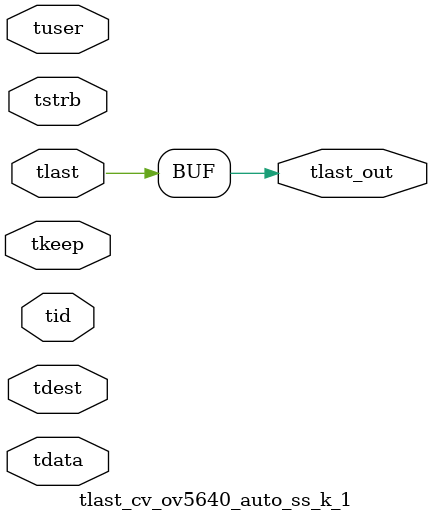
<source format=v>


`timescale 1ps/1ps

module tlast_cv_ov5640_auto_ss_k_1 #
(
parameter C_S_AXIS_TID_WIDTH   = 1,
parameter C_S_AXIS_TUSER_WIDTH = 0,
parameter C_S_AXIS_TDATA_WIDTH = 0,
parameter C_S_AXIS_TDEST_WIDTH = 0
)
(
input  [(C_S_AXIS_TID_WIDTH   == 0 ? 1 : C_S_AXIS_TID_WIDTH)-1:0       ] tid,
input  [(C_S_AXIS_TDATA_WIDTH == 0 ? 1 : C_S_AXIS_TDATA_WIDTH)-1:0     ] tdata,
input  [(C_S_AXIS_TUSER_WIDTH == 0 ? 1 : C_S_AXIS_TUSER_WIDTH)-1:0     ] tuser,
input  [(C_S_AXIS_TDEST_WIDTH == 0 ? 1 : C_S_AXIS_TDEST_WIDTH)-1:0     ] tdest,
input  [(C_S_AXIS_TDATA_WIDTH/8)-1:0 ] tkeep,
input  [(C_S_AXIS_TDATA_WIDTH/8)-1:0 ] tstrb,
input  [0:0]                                                             tlast,
output                                                                   tlast_out
);

assign tlast_out = {tlast};

endmodule


</source>
